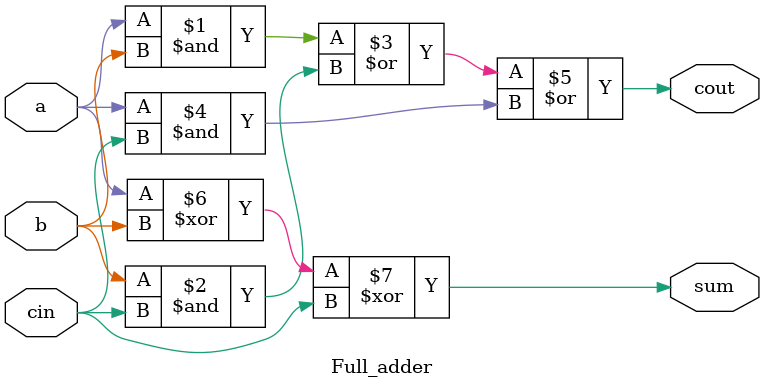
<source format=v>
module top_module(
    input [2:0]a,b,
    input cin,
    output [2:0] cout,sum
);

Full_adder ins1( .a(a[0]), .b(b[0]), .cin(cin)    , .cout(cout[0]), .sum(sum[0]));
Full_adder ins2( .a(a[1]), .b(b[1]), .cin(cout[0]), .cout(cout[1]), .sum(sum[1]));
Full_adder ins3( .a(a[2]), .b(b[2]), .cin(cout[1]), .cout(cout[2]), .sum(sum[2]));
endmodule





module Full_adder(
    input a,b,cin,
    output cout,sum
);

assign cout=a&b|b&cin|a&cin;
assign sum=a^b^cin;

endmodule
</source>
